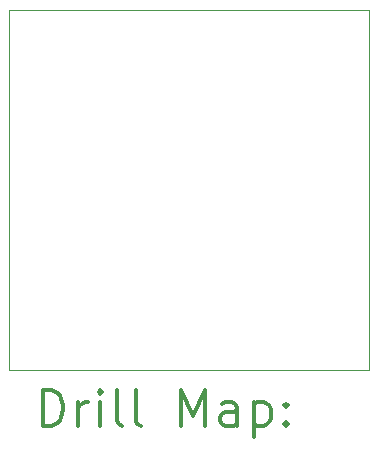
<source format=gbr>
%FSLAX45Y45*%
G04 Gerber Fmt 4.5, Leading zero omitted, Abs format (unit mm)*
G04 Created by KiCad (PCBNEW (5.1.12)-1) date 2022-02-08 18:52:23*
%MOMM*%
%LPD*%
G01*
G04 APERTURE LIST*
%TA.AperFunction,Profile*%
%ADD10C,0.050000*%
%TD*%
%ADD11C,0.200000*%
%ADD12C,0.300000*%
G04 APERTURE END LIST*
D10*
X22098000Y-6350000D02*
X22098000Y-9398000D01*
X19050000Y-6350000D02*
X22098000Y-6350000D01*
X22098000Y-9398000D02*
X19050000Y-9398000D01*
X19050000Y-9398000D02*
X19050000Y-6350000D01*
D11*
D12*
X19333928Y-9866214D02*
X19333928Y-9566214D01*
X19405357Y-9566214D01*
X19448214Y-9580500D01*
X19476786Y-9609072D01*
X19491071Y-9637643D01*
X19505357Y-9694786D01*
X19505357Y-9737643D01*
X19491071Y-9794786D01*
X19476786Y-9823357D01*
X19448214Y-9851929D01*
X19405357Y-9866214D01*
X19333928Y-9866214D01*
X19633928Y-9866214D02*
X19633928Y-9666214D01*
X19633928Y-9723357D02*
X19648214Y-9694786D01*
X19662500Y-9680500D01*
X19691071Y-9666214D01*
X19719643Y-9666214D01*
X19819643Y-9866214D02*
X19819643Y-9666214D01*
X19819643Y-9566214D02*
X19805357Y-9580500D01*
X19819643Y-9594786D01*
X19833928Y-9580500D01*
X19819643Y-9566214D01*
X19819643Y-9594786D01*
X20005357Y-9866214D02*
X19976786Y-9851929D01*
X19962500Y-9823357D01*
X19962500Y-9566214D01*
X20162500Y-9866214D02*
X20133928Y-9851929D01*
X20119643Y-9823357D01*
X20119643Y-9566214D01*
X20505357Y-9866214D02*
X20505357Y-9566214D01*
X20605357Y-9780500D01*
X20705357Y-9566214D01*
X20705357Y-9866214D01*
X20976786Y-9866214D02*
X20976786Y-9709072D01*
X20962500Y-9680500D01*
X20933928Y-9666214D01*
X20876786Y-9666214D01*
X20848214Y-9680500D01*
X20976786Y-9851929D02*
X20948214Y-9866214D01*
X20876786Y-9866214D01*
X20848214Y-9851929D01*
X20833928Y-9823357D01*
X20833928Y-9794786D01*
X20848214Y-9766214D01*
X20876786Y-9751929D01*
X20948214Y-9751929D01*
X20976786Y-9737643D01*
X21119643Y-9666214D02*
X21119643Y-9966214D01*
X21119643Y-9680500D02*
X21148214Y-9666214D01*
X21205357Y-9666214D01*
X21233928Y-9680500D01*
X21248214Y-9694786D01*
X21262500Y-9723357D01*
X21262500Y-9809072D01*
X21248214Y-9837643D01*
X21233928Y-9851929D01*
X21205357Y-9866214D01*
X21148214Y-9866214D01*
X21119643Y-9851929D01*
X21391071Y-9837643D02*
X21405357Y-9851929D01*
X21391071Y-9866214D01*
X21376786Y-9851929D01*
X21391071Y-9837643D01*
X21391071Y-9866214D01*
X21391071Y-9680500D02*
X21405357Y-9694786D01*
X21391071Y-9709072D01*
X21376786Y-9694786D01*
X21391071Y-9680500D01*
X21391071Y-9709072D01*
M02*

</source>
